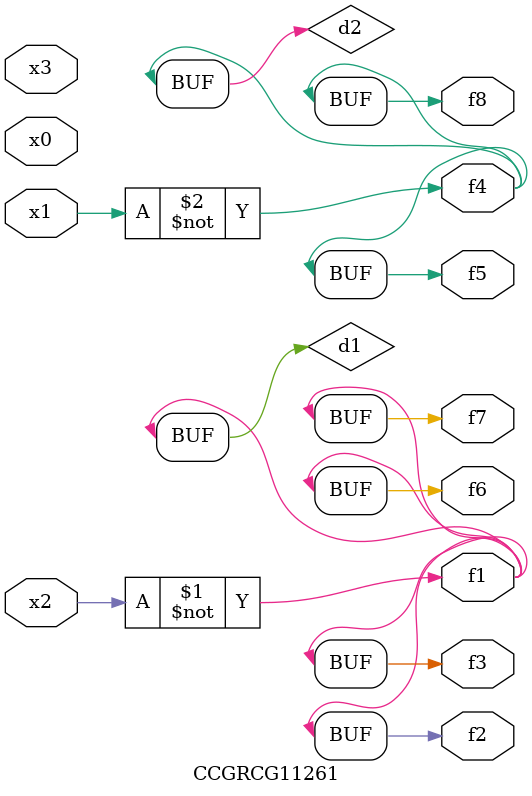
<source format=v>
module CCGRCG11261(
	input x0, x1, x2, x3,
	output f1, f2, f3, f4, f5, f6, f7, f8
);

	wire d1, d2;

	xnor (d1, x2);
	not (d2, x1);
	assign f1 = d1;
	assign f2 = d1;
	assign f3 = d1;
	assign f4 = d2;
	assign f5 = d2;
	assign f6 = d1;
	assign f7 = d1;
	assign f8 = d2;
endmodule

</source>
